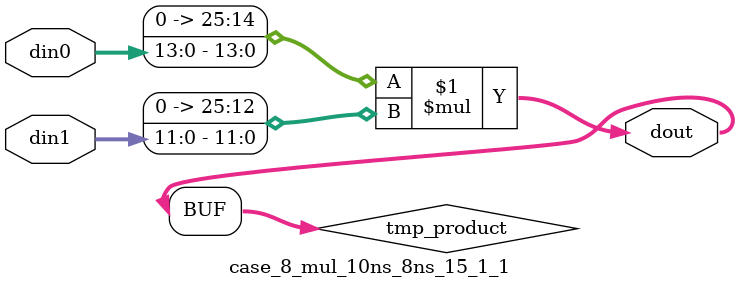
<source format=v>

`timescale 1 ns / 1 ps

 (* use_dsp = "no" *)  module case_8_mul_10ns_8ns_15_1_1(din0, din1, dout);
parameter ID = 1;
parameter NUM_STAGE = 0;
parameter din0_WIDTH = 14;
parameter din1_WIDTH = 12;
parameter dout_WIDTH = 26;

input [din0_WIDTH - 1 : 0] din0; 
input [din1_WIDTH - 1 : 0] din1; 
output [dout_WIDTH - 1 : 0] dout;

wire signed [dout_WIDTH - 1 : 0] tmp_product;
























assign tmp_product = $signed({1'b0, din0}) * $signed({1'b0, din1});











assign dout = tmp_product;





















endmodule

</source>
